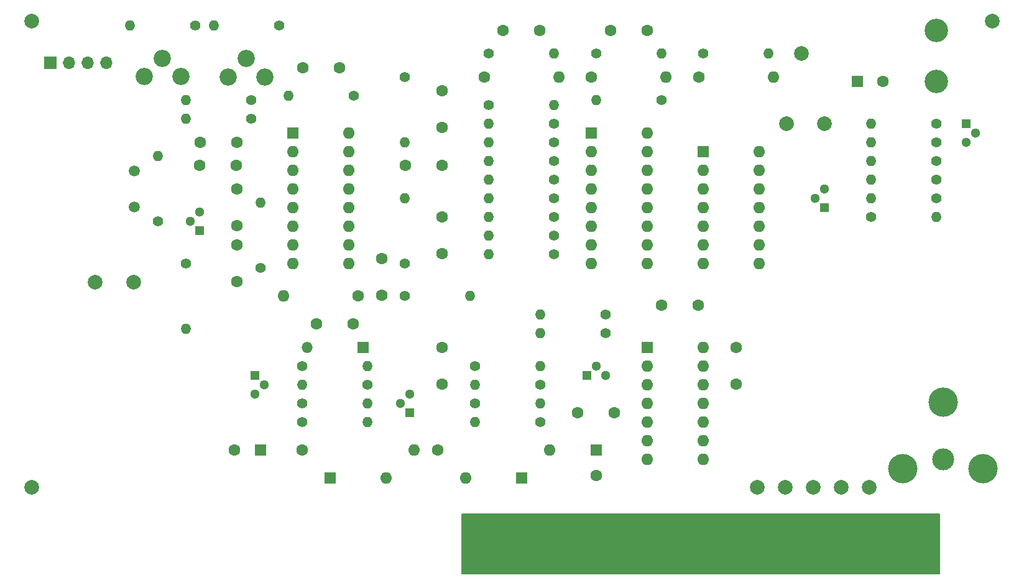
<source format=gbr>
%TF.GenerationSoftware,KiCad,Pcbnew,7.0.1-0*%
%TF.CreationDate,2023-05-07T10:40:25+02:00*%
%TF.ProjectId,Apple PAL card - reloaded,4170706c-6520-4504-914c-206361726420,A*%
%TF.SameCoordinates,Original*%
%TF.FileFunction,Soldermask,Bot*%
%TF.FilePolarity,Negative*%
%FSLAX46Y46*%
G04 Gerber Fmt 4.6, Leading zero omitted, Abs format (unit mm)*
G04 Created by KiCad (PCBNEW 7.0.1-0) date 2023-05-07 10:40:25*
%MOMM*%
%LPD*%
G01*
G04 APERTURE LIST*
G04 Aperture macros list*
%AMRoundRect*
0 Rectangle with rounded corners*
0 $1 Rounding radius*
0 $2 $3 $4 $5 $6 $7 $8 $9 X,Y pos of 4 corners*
0 Add a 4 corners polygon primitive as box body*
4,1,4,$2,$3,$4,$5,$6,$7,$8,$9,$2,$3,0*
0 Add four circle primitives for the rounded corners*
1,1,$1+$1,$2,$3*
1,1,$1+$1,$4,$5*
1,1,$1+$1,$6,$7*
1,1,$1+$1,$8,$9*
0 Add four rect primitives between the rounded corners*
20,1,$1+$1,$2,$3,$4,$5,0*
20,1,$1+$1,$4,$5,$6,$7,0*
20,1,$1+$1,$6,$7,$8,$9,0*
20,1,$1+$1,$8,$9,$2,$3,0*%
G04 Aperture macros list end*
%ADD10C,0.150000*%
%ADD11C,1.400000*%
%ADD12O,1.400000X1.400000*%
%ADD13C,1.600000*%
%ADD14R,1.600000X1.600000*%
%ADD15O,1.600000X1.600000*%
%ADD16C,2.000000*%
%ADD17R,1.300000X1.300000*%
%ADD18C,1.300000*%
%ADD19C,2.340000*%
%ADD20RoundRect,0.381000X0.381000X3.289000X-0.381000X3.289000X-0.381000X-3.289000X0.381000X-3.289000X0*%
%ADD21R,1.700000X1.700000*%
%ADD22O,1.700000X1.700000*%
%ADD23R,1.500000X1.500000*%
%ADD24O,1.500000X1.500000*%
%ADD25C,3.200000*%
%ADD26C,3.000000*%
%ADD27C,4.000000*%
%ADD28C,1.500000*%
G04 APERTURE END LIST*
D10*
X206197200Y-134950200D02*
X141173200Y-134950200D01*
X141173200Y-126822200D01*
X206197200Y-126822200D01*
X206197200Y-134950200D01*
G36*
X206197200Y-134950200D02*
G01*
X141173200Y-134950200D01*
X141173200Y-126822200D01*
X206197200Y-126822200D01*
X206197200Y-134950200D01*
G37*
D11*
%TO.C,R12*%
X142875000Y-111760000D03*
D12*
X151765000Y-111760000D03*
%TD*%
D13*
%TO.C,C18*%
X166330000Y-60960000D03*
X161330000Y-60960000D03*
%TD*%
D14*
%TO.C,U3*%
X173990000Y-77470000D03*
D15*
X173990000Y-80010000D03*
X173990000Y-82550000D03*
X173990000Y-85090000D03*
X173990000Y-87630000D03*
X173990000Y-90170000D03*
X173990000Y-92710000D03*
X181610000Y-92710000D03*
X181610000Y-90170000D03*
X181610000Y-87630000D03*
X181610000Y-85090000D03*
X181610000Y-82550000D03*
X181610000Y-80010000D03*
X181610000Y-77470000D03*
%TD*%
D11*
%TO.C,R11*%
X151765000Y-114300000D03*
D12*
X142875000Y-114300000D03*
%TD*%
D11*
%TO.C,R22*%
X153670000Y-86360000D03*
D12*
X144780000Y-86360000D03*
%TD*%
D11*
%TO.C,R29*%
X112395000Y-73025000D03*
D12*
X103505000Y-73025000D03*
%TD*%
D16*
%TO.C,H1*%
X82550000Y-59690000D03*
%TD*%
D11*
%TO.C,R36*%
X103505000Y-92710000D03*
D12*
X103505000Y-101600000D03*
%TD*%
D14*
%TO.C,C1*%
X113665000Y-118110000D03*
D13*
X110165000Y-118110000D03*
%TD*%
D11*
%TO.C,R25*%
X168275000Y-70485000D03*
D12*
X159385000Y-70485000D03*
%TD*%
D13*
%TO.C,L1*%
X127000000Y-97155000D03*
D15*
X116840000Y-97155000D03*
%TD*%
D16*
%TO.C,H3*%
X82550000Y-123190000D03*
%TD*%
%TO.C,TP4*%
X192786000Y-123190000D03*
%TD*%
D11*
%TO.C,R7*%
X119380000Y-106680000D03*
D12*
X128270000Y-106680000D03*
%TD*%
D17*
%TO.C,Q4*%
X105410000Y-88265000D03*
D18*
X104140000Y-86995000D03*
X105410000Y-85725000D03*
%TD*%
D14*
%TO.C,CR1*%
X149225000Y-121920000D03*
D15*
X141605000Y-121920000D03*
%TD*%
D19*
%TO.C,R33*%
X97830000Y-67270000D03*
X100330000Y-64770000D03*
X102830000Y-67270000D03*
%TD*%
D13*
%TO.C,L2*%
X144145000Y-67310000D03*
D15*
X154305000Y-67310000D03*
%TD*%
D14*
%TO.C,U1*%
X166380000Y-104135000D03*
D15*
X166380000Y-106675000D03*
X166380000Y-109215000D03*
X166380000Y-111755000D03*
X166380000Y-114295000D03*
X166380000Y-116835000D03*
X166380000Y-119375000D03*
X174000000Y-119375000D03*
X174000000Y-116835000D03*
X174000000Y-114295000D03*
X174000000Y-111755000D03*
X174000000Y-109215000D03*
X174000000Y-106675000D03*
X174000000Y-104135000D03*
%TD*%
D11*
%TO.C,R18*%
X144780000Y-64135000D03*
D12*
X153670000Y-64135000D03*
%TD*%
D13*
%TO.C,C12*%
X138430000Y-104140000D03*
X138430000Y-109140000D03*
%TD*%
D20*
%TO.C,J3*%
X204165000Y-130533000D03*
X201625000Y-130533000D03*
X199085000Y-130533000D03*
X196545000Y-130533000D03*
X194005000Y-130533000D03*
X191465000Y-130533000D03*
X188925000Y-130533000D03*
X186385000Y-130533000D03*
X183845000Y-130533000D03*
X181305000Y-130533000D03*
X178765000Y-130533000D03*
X176225000Y-130533000D03*
X173685000Y-130533000D03*
X171145000Y-130533000D03*
X168605000Y-130533000D03*
X166065000Y-130533000D03*
X163525000Y-130533000D03*
X160985000Y-130533000D03*
X158445000Y-130533000D03*
X155905000Y-130533000D03*
X153365000Y-130533000D03*
X150825000Y-130533000D03*
X148285000Y-130533000D03*
X145745000Y-130533000D03*
X143205000Y-130533000D03*
%TD*%
D21*
%TO.C,J1*%
X85090000Y-65405000D03*
D22*
X87630000Y-65405000D03*
X90170000Y-65405000D03*
X92710000Y-65405000D03*
%TD*%
D11*
%TO.C,R24*%
X153670000Y-76200000D03*
D12*
X144780000Y-76200000D03*
%TD*%
D13*
%TO.C,C7*%
X110490000Y-82590000D03*
X110490000Y-87590000D03*
%TD*%
%TO.C,C9*%
X130175000Y-97075000D03*
X130175000Y-92075000D03*
%TD*%
D11*
%TO.C,R19*%
X153670000Y-88900000D03*
D12*
X144780000Y-88900000D03*
%TD*%
D11*
%TO.C,R42*%
X205740000Y-83820000D03*
D12*
X196850000Y-83820000D03*
%TD*%
D13*
%TO.C,C16*%
X110410000Y-79375000D03*
X105410000Y-79375000D03*
%TD*%
D14*
%TO.C,CR2*%
X123190000Y-121920000D03*
D15*
X130810000Y-121920000D03*
%TD*%
D13*
%TO.C,C15*%
X138430000Y-74215000D03*
X138430000Y-69215000D03*
%TD*%
D11*
%TO.C,R15*%
X160655000Y-102235000D03*
D12*
X151765000Y-102235000D03*
%TD*%
D11*
%TO.C,R41*%
X205740000Y-81280000D03*
D12*
X196850000Y-81280000D03*
%TD*%
D14*
%TO.C,C2*%
X159385000Y-118110000D03*
D13*
X159385000Y-121610000D03*
%TD*%
D11*
%TO.C,R35*%
X126365000Y-69850000D03*
D12*
X117475000Y-69850000D03*
%TD*%
D11*
%TO.C,R9*%
X119380000Y-114300000D03*
D12*
X128270000Y-114300000D03*
%TD*%
D13*
%TO.C,C17*%
X119460000Y-66040000D03*
X124460000Y-66040000D03*
%TD*%
D16*
%TO.C,TP2*%
X185166000Y-123190000D03*
%TD*%
D11*
%TO.C,R16*%
X151765000Y-109220000D03*
D12*
X142875000Y-109220000D03*
%TD*%
D13*
%TO.C,C13*%
X151725000Y-60960000D03*
X146725000Y-60960000D03*
%TD*%
D11*
%TO.C,R4*%
X133350000Y-67310000D03*
D12*
X133350000Y-76200000D03*
%TD*%
D16*
%TO.C,TP6*%
X187325000Y-64135000D03*
%TD*%
D13*
%TO.C,C11*%
X121285000Y-100965000D03*
X126285000Y-100965000D03*
%TD*%
D11*
%TO.C,R37*%
X99695000Y-86995000D03*
D12*
X99695000Y-78105000D03*
%TD*%
D11*
%TO.C,R14*%
X160655000Y-99695000D03*
D12*
X151765000Y-99695000D03*
%TD*%
D11*
%TO.C,R40*%
X205740000Y-78740000D03*
D12*
X196850000Y-78740000D03*
%TD*%
D11*
%TO.C,R13*%
X142875000Y-106680000D03*
D12*
X151765000Y-106680000D03*
%TD*%
D13*
%TO.C,C3*%
X178435000Y-104180000D03*
X178435000Y-109180000D03*
%TD*%
D17*
%TO.C,Q1*%
X112924000Y-107950000D03*
D18*
X114194000Y-109220000D03*
X112924000Y-110490000D03*
%TD*%
D11*
%TO.C,R26*%
X153670000Y-91440000D03*
D12*
X144780000Y-91440000D03*
%TD*%
D11*
%TO.C,R8*%
X128270000Y-109220000D03*
D12*
X119380000Y-109220000D03*
%TD*%
D11*
%TO.C,R6*%
X133350000Y-92710000D03*
D12*
X133350000Y-83820000D03*
%TD*%
D13*
%TO.C,C10*%
X168315000Y-98425000D03*
X173315000Y-98425000D03*
%TD*%
%TO.C,L4*%
X173355000Y-67310000D03*
D15*
X183515000Y-67310000D03*
%TD*%
D16*
%TO.C,TP1*%
X181356000Y-123190000D03*
%TD*%
D13*
%TO.C,R2*%
X119380000Y-118110000D03*
D15*
X134620000Y-118110000D03*
%TD*%
D11*
%TO.C,R20*%
X153670000Y-73660000D03*
D12*
X144780000Y-73660000D03*
%TD*%
D11*
%TO.C,R31*%
X116205000Y-60325000D03*
D12*
X107315000Y-60325000D03*
%TD*%
D16*
%TO.C,H2*%
X213360000Y-59690000D03*
%TD*%
D23*
%TO.C,CR3*%
X127640000Y-104140000D03*
D24*
X120020000Y-104140000D03*
%TD*%
D16*
%TO.C,C20*%
X91186000Y-95250000D03*
X96393000Y-95250000D03*
%TD*%
D13*
%TO.C,C14*%
X105450000Y-76200000D03*
X110450000Y-76200000D03*
%TD*%
D25*
%TO.C,H5*%
X205740000Y-67945000D03*
%TD*%
D19*
%TO.C,R30*%
X109260000Y-67310000D03*
X111760000Y-64810000D03*
X114260000Y-67310000D03*
%TD*%
D11*
%TO.C,R5*%
X113665000Y-93345000D03*
D12*
X113665000Y-84455000D03*
%TD*%
D11*
%TO.C,R44*%
X159385000Y-64135000D03*
D12*
X168275000Y-64135000D03*
%TD*%
D13*
%TO.C,C8*%
X110490000Y-90210000D03*
X110490000Y-95210000D03*
%TD*%
D11*
%TO.C,R17*%
X144780000Y-71120000D03*
D12*
X153670000Y-71120000D03*
%TD*%
D17*
%TO.C,Q6*%
X190500000Y-85090000D03*
D18*
X189230000Y-83820000D03*
X190500000Y-82550000D03*
%TD*%
D11*
%TO.C,R32*%
X112395000Y-70485000D03*
D12*
X103505000Y-70485000D03*
%TD*%
D14*
%TO.C,U4*%
X158760000Y-74920000D03*
D15*
X158760000Y-77460000D03*
X158760000Y-80000000D03*
X158760000Y-82540000D03*
X158760000Y-85080000D03*
X158760000Y-87620000D03*
X158760000Y-90160000D03*
X158760000Y-92700000D03*
X166380000Y-92700000D03*
X166380000Y-90160000D03*
X166380000Y-87620000D03*
X166380000Y-85080000D03*
X166380000Y-82540000D03*
X166380000Y-80000000D03*
X166380000Y-77460000D03*
X166380000Y-74920000D03*
%TD*%
D11*
%TO.C,R23*%
X153670000Y-83820000D03*
D12*
X144780000Y-83820000D03*
%TD*%
D11*
%TO.C,R27*%
X153670000Y-81280000D03*
D12*
X144780000Y-81280000D03*
%TD*%
D17*
%TO.C,Q2*%
X133985000Y-113030000D03*
D18*
X132715000Y-111760000D03*
X133985000Y-110490000D03*
%TD*%
D17*
%TO.C,Q5*%
X209825000Y-73660000D03*
D18*
X211095000Y-74930000D03*
X209825000Y-76200000D03*
%TD*%
D13*
%TO.C,C6*%
X138390000Y-79375000D03*
X133390000Y-79375000D03*
%TD*%
D11*
%TO.C,R21*%
X153670000Y-78740000D03*
D12*
X144780000Y-78740000D03*
%TD*%
D11*
%TO.C,R28*%
X173990000Y-64135000D03*
D12*
X182880000Y-64135000D03*
%TD*%
D13*
%TO.C,C5*%
X138430000Y-86400000D03*
X138430000Y-91400000D03*
%TD*%
D16*
%TO.C,C19*%
X185293000Y-73660000D03*
X190500000Y-73660000D03*
%TD*%
D11*
%TO.C,R10*%
X119380000Y-111760000D03*
D12*
X128270000Y-111760000D03*
%TD*%
D16*
%TO.C,TP5*%
X196596000Y-123190000D03*
%TD*%
D26*
%TO.C,J2*%
X206629000Y-119380000D03*
D27*
X201168000Y-120650000D03*
X206629000Y-111633000D03*
X212090000Y-120650000D03*
%TD*%
D11*
%TO.C,R38*%
X205740000Y-73660000D03*
D12*
X196850000Y-73660000D03*
%TD*%
D11*
%TO.C,R39*%
X205740000Y-76200000D03*
D12*
X196850000Y-76200000D03*
%TD*%
D13*
%TO.C,C4*%
X156885000Y-113030000D03*
X161885000Y-113030000D03*
%TD*%
D11*
%TO.C,R3*%
X133350000Y-97155000D03*
D12*
X142240000Y-97155000D03*
%TD*%
D13*
%TO.C,R1*%
X137795000Y-118110000D03*
D15*
X153035000Y-118110000D03*
%TD*%
D13*
%TO.C,L3*%
X158750000Y-67310000D03*
D15*
X168910000Y-67310000D03*
%TD*%
D25*
%TO.C,H4*%
X205740000Y-60960000D03*
%TD*%
D16*
%TO.C,TP3*%
X188976000Y-123190000D03*
%TD*%
D28*
%TO.C,Y1*%
X96550000Y-80100000D03*
X96550000Y-85000000D03*
%TD*%
D11*
%TO.C,R34*%
X104775000Y-60325000D03*
D12*
X95885000Y-60325000D03*
%TD*%
D11*
%TO.C,R43*%
X196850000Y-86360000D03*
D12*
X205740000Y-86360000D03*
%TD*%
D14*
%TO.C,U2*%
X118120000Y-74920000D03*
D15*
X118120000Y-77460000D03*
X118120000Y-80000000D03*
X118120000Y-82540000D03*
X118120000Y-85080000D03*
X118120000Y-87620000D03*
X118120000Y-90160000D03*
X118120000Y-92700000D03*
X125740000Y-92700000D03*
X125740000Y-90160000D03*
X125740000Y-87620000D03*
X125740000Y-85080000D03*
X125740000Y-82540000D03*
X125740000Y-80000000D03*
X125740000Y-77460000D03*
X125740000Y-74920000D03*
%TD*%
D14*
%TO.C,C21*%
X194945000Y-67945000D03*
D13*
X198445000Y-67945000D03*
%TD*%
D17*
%TO.C,Q3*%
X158115000Y-107950000D03*
D18*
X159385000Y-106680000D03*
X160655000Y-107950000D03*
%TD*%
M02*

</source>
